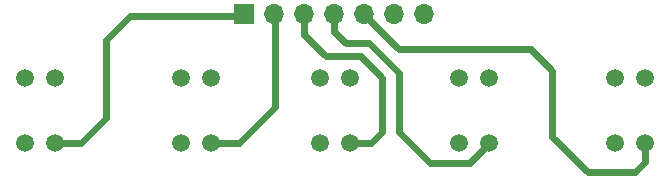
<source format=gbr>
%TF.GenerationSoftware,KiCad,Pcbnew,6.0.9-8da3e8f707~116~ubuntu22.04.1*%
%TF.CreationDate,2022-11-22T15:58:51+05:30*%
%TF.ProjectId,lsa,6c73612e-6b69-4636-9164-5f7063625858,rev?*%
%TF.SameCoordinates,Original*%
%TF.FileFunction,Copper,L1,Top*%
%TF.FilePolarity,Positive*%
%FSLAX46Y46*%
G04 Gerber Fmt 4.6, Leading zero omitted, Abs format (unit mm)*
G04 Created by KiCad (PCBNEW 6.0.9-8da3e8f707~116~ubuntu22.04.1) date 2022-11-22 15:58:51*
%MOMM*%
%LPD*%
G01*
G04 APERTURE LIST*
%TA.AperFunction,ComponentPad*%
%ADD10R,1.700000X1.700000*%
%TD*%
%TA.AperFunction,ComponentPad*%
%ADD11O,1.700000X1.700000*%
%TD*%
%TA.AperFunction,ComponentPad*%
%ADD12C,1.500000*%
%TD*%
%TA.AperFunction,Conductor*%
%ADD13C,0.600000*%
%TD*%
G04 APERTURE END LIST*
D10*
%TO.P,J1,1,Pin_1*%
%TO.N,/A4_32*%
X108500000Y-72400000D03*
D11*
%TO.P,J1,2,Pin_2*%
%TO.N,/A3_35*%
X111040000Y-72400000D03*
%TO.P,J1,3,Pin_3*%
%TO.N,/A2_34*%
X113580000Y-72400000D03*
%TO.P,J1,4,Pin_4*%
%TO.N,/A1_39*%
X116120000Y-72400000D03*
%TO.P,J1,5,Pin_5*%
%TO.N,/A0_36*%
X118660000Y-72400000D03*
%TO.P,J1,6,Pin_6*%
%TO.N,GND*%
X121200000Y-72400000D03*
%TO.P,J1,7,Pin_7*%
%TO.N,+3V3*%
X123740000Y-72400000D03*
%TD*%
D12*
%TO.P,U5,A*%
%TO.N,GND*%
X89930000Y-77850000D03*
%TO.P,U5,CATH*%
%TO.N,Net-(R9-Pad2)*%
X92470000Y-77850000D03*
%TO.P,U5,COLL*%
%TO.N,GND*%
X89930000Y-83350000D03*
%TO.P,U5,E*%
%TO.N,/A4_32*%
X92470000Y-83350000D03*
%TD*%
%TO.P,U3,A*%
%TO.N,GND*%
X114930000Y-77850000D03*
%TO.P,U3,CATH*%
%TO.N,Net-(R5-Pad2)*%
X117470000Y-77850000D03*
%TO.P,U3,COLL*%
%TO.N,GND*%
X114930000Y-83350000D03*
%TO.P,U3,E*%
%TO.N,/A2_34*%
X117470000Y-83350000D03*
%TD*%
%TO.P,U4,A*%
%TO.N,GND*%
X103130000Y-77850000D03*
%TO.P,U4,CATH*%
%TO.N,Net-(R7-Pad2)*%
X105670000Y-77850000D03*
%TO.P,U4,COLL*%
%TO.N,GND*%
X103130000Y-83350000D03*
%TO.P,U4,E*%
%TO.N,/A3_35*%
X105670000Y-83350000D03*
%TD*%
%TO.P,U2,A*%
%TO.N,GND*%
X126730000Y-77850000D03*
%TO.P,U2,CATH*%
%TO.N,Net-(R3-Pad2)*%
X129270000Y-77850000D03*
%TO.P,U2,COLL*%
%TO.N,GND*%
X126730000Y-83350000D03*
%TO.P,U2,E*%
%TO.N,/A1_39*%
X129270000Y-83350000D03*
%TD*%
%TO.P,U1,A*%
%TO.N,GND*%
X139930000Y-77850000D03*
%TO.P,U1,CATH*%
%TO.N,Net-(R1-Pad2)*%
X142470000Y-77850000D03*
%TO.P,U1,COLL*%
%TO.N,GND*%
X139930000Y-83350000D03*
%TO.P,U1,E*%
%TO.N,/A0_36*%
X142470000Y-83350000D03*
%TD*%
D13*
%TO.N,/A4_32*%
X94650000Y-83350000D02*
X92470000Y-83350000D01*
X96800000Y-74600000D02*
X96800000Y-81200000D01*
X108500000Y-72400000D02*
X108300000Y-72600000D01*
X108300000Y-72600000D02*
X98800000Y-72600000D01*
X98800000Y-72600000D02*
X96800000Y-74600000D01*
X96800000Y-81200000D02*
X94650000Y-83350000D01*
%TO.N,/A3_35*%
X111040000Y-72400000D02*
X111115000Y-72475000D01*
X108050000Y-83350000D02*
X105670000Y-83350000D01*
X111115000Y-72475000D02*
X111115000Y-80285000D01*
X111115000Y-80285000D02*
X108050000Y-83350000D01*
%TO.N,/A2_34*%
X115400000Y-76000000D02*
X118400000Y-76000000D01*
X120200000Y-82400000D02*
X119250000Y-83350000D01*
X120200000Y-77800000D02*
X120200000Y-82400000D01*
X113580000Y-74180000D02*
X115400000Y-76000000D01*
X113580000Y-72400000D02*
X113580000Y-74180000D01*
X118400000Y-76000000D02*
X120200000Y-77800000D01*
X119250000Y-83350000D02*
X117470000Y-83350000D01*
%TO.N,/A1_39*%
X127620000Y-85000000D02*
X129270000Y-83350000D01*
X117100000Y-74900000D02*
X119100000Y-74900000D01*
X119100000Y-74900000D02*
X121600000Y-77400000D01*
X121600000Y-82400000D02*
X124200000Y-85000000D01*
X116120000Y-72400000D02*
X116120000Y-73920000D01*
X121600000Y-77400000D02*
X121600000Y-82400000D01*
X116120000Y-73920000D02*
X117100000Y-74900000D01*
X124200000Y-85000000D02*
X127620000Y-85000000D01*
%TO.N,/A0_36*%
X121600000Y-75400000D02*
X132800000Y-75400000D01*
X141600000Y-85800000D02*
X142470000Y-84930000D01*
X118660000Y-72460000D02*
X121600000Y-75400000D01*
X132800000Y-75400000D02*
X134600000Y-77200000D01*
X118660000Y-72400000D02*
X118660000Y-72460000D01*
X142470000Y-84930000D02*
X142470000Y-83350000D01*
X134600000Y-77200000D02*
X134600000Y-82800000D01*
X134600000Y-82800000D02*
X137600000Y-85800000D01*
X137600000Y-85800000D02*
X141600000Y-85800000D01*
%TD*%
M02*

</source>
